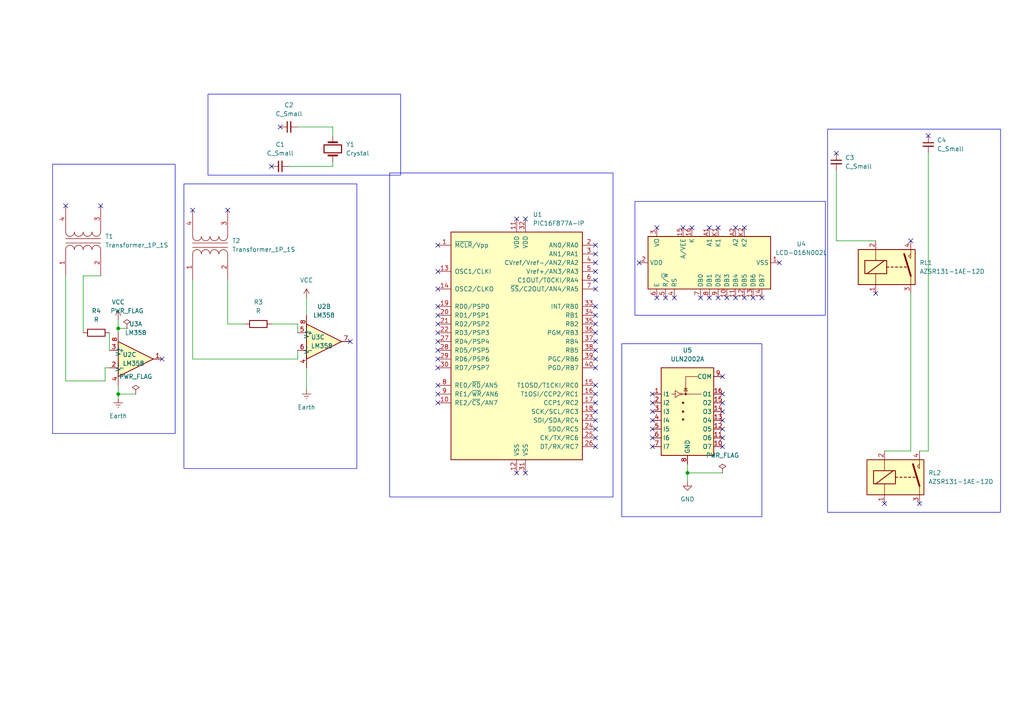
<source format=kicad_sch>
(kicad_sch (version 20250114) (generator "eeschema") (generator_version "9.0")
  (paper "A4")
  (lib_symbols
    (symbol "Amplifier_Operational:LM358" (pin_names (offset 0.127))
      (property "Reference" "U" (at 0 5.08 0))
      (property "Value" "LM358" (at 0 -5.08 0))
      (symbol "LM358_1_1"
        (polyline (pts (xy -5.08 5.08) (xy 5.08 0) (xy -5.08 -5.08) (xy -5.08 5.08)) (stroke (width 0.254)) (fill (type background)))
        (pin input line (at -7.62 2.54 0) (length 2.54) (name "+") (number "3"))
        (pin input line (at -7.62 -2.54 0) (length 2.54) (name "-") (number "2"))
        (pin output line (at 7.62 0 180) (length 2.54) (name "~") (number "1"))
      )
      (symbol "LM358_2_1"
        (polyline (pts (xy -5.08 5.08) (xy 5.08 0) (xy -5.08 -5.08) (xy -5.08 5.08)) (stroke (width 0.254)) (fill (type background)))
        (pin input line (at -7.62 2.54 0) (length 2.54) (name "+") (number "5"))
        (pin input line (at -7.62 -2.54 0) (length 2.54) (name "-") (number "6"))
        (pin output line (at 7.62 0 180) (length 2.54) (name "~") (number "7"))
      )
      (symbol "LM358_3_1"
        (pin power_in line (at -2.54 7.62 270) (length 3.81) (name "V+") (number "8"))
        (pin power_in line (at -2.54 -7.62 90) (length 3.81) (name "V-") (number "4"))
      )
    )
    (symbol "Device:C_Small" (pin_numbers (hide yes)) (pin_names (offset 0.254) (hide yes))
      (property "Reference" "C" (at 0.254 1.778 0))
      (property "Value" "C_Small" (at 0.254 -2.032 0))
      (symbol "C_Small_0_1"
        (polyline (pts (xy -1.524 0.508) (xy 1.524 0.508)) (stroke (width 0.3048)))
        (polyline (pts (xy -1.524 -0.508) (xy 1.524 -0.508)) (stroke (width 0.3302)))
      )
      (symbol "C_Small_1_1"
        (pin passive line (at 0 2.54 270) (length 2.032) (name "~") (number "1"))
        (pin passive line (at 0 -2.54 90) (length 2.032) (name "~") (number "2"))
      )
    )
    (symbol "Device:Crystal" (pin_numbers (hide yes)) (pin_names (offset 1.016) (hide yes))
      (property "Reference" "Y" (at 0 3.81 0))
      (property "Value" "Crystal" (at 0 -3.81 0))
      (symbol "Crystal_0_1"
        (polyline (pts (xy -2.54 0) (xy -1.905 0)))
        (polyline (pts (xy -1.905 -1.27) (xy -1.905 1.27)) (stroke (width 0.508)))
        (rectangle (start -1.143 2.54) (end 1.143 -2.54) (stroke (width 0.3048)))
        (polyline (pts (xy 1.905 -1.27) (xy 1.905 1.27)) (stroke (width 0.508)))
        (polyline (pts (xy 2.54 0) (xy 1.905 0)))
      )
      (symbol "Crystal_1_1"
        (pin passive line (at -3.81 0 0) (length 1.27) (name "1") (number "1"))
        (pin passive line (at 3.81 0 180) (length 1.27) (name "2") (number "2"))
      )
    )
    (symbol "Device:R" (pin_numbers (hide yes)) (pin_names (offset 0))
      (property "Reference" "R" (at 2.032 0 90))
      (property "Value" "R" (at 0 0 90))
      (symbol "R_0_1"
        (rectangle (start -1.016 -2.54) (end 1.016 2.54) (stroke (width 0.254)))
      )
      (symbol "R_1_1"
        (pin passive line (at 0 3.81 270) (length 1.27) (name "~") (number "1"))
        (pin passive line (at 0 -3.81 90) (length 1.27) (name "~") (number "2"))
      )
    )
    (symbol "Device:Transformer_1P_1S" (pin_names (offset 1.016) (hide yes))
      (property "Reference" "T" (at 0 6.35 0))
      (property "Value" "Transformer_1P_1S" (at 0 -7.62 0))
      (symbol "Transformer_1P_1S_0_1"
        (arc (start -1.27 3.81) (mid -1.656 2.9336) (end -2.54 2.5654))
        (arc (start -1.27 1.27) (mid -1.656 0.3936) (end -2.54 0.0254))
        (arc (start -1.27 -1.27) (mid -1.656 -2.1464) (end -2.54 -2.5146))
        (arc (start -1.27 -3.81) (mid -1.656 -4.6864) (end -2.54 -5.0546))
        (arc (start -2.54 5.08) (mid -1.642 4.708) (end -1.27 3.81))
        (arc (start -2.54 2.54) (mid -1.642 2.168) (end -1.27 1.27))
        (arc (start -2.54 0) (mid -1.642 -0.372) (end -1.27 -1.27))
        (arc (start -2.54 -2.54) (mid -1.642 -2.912) (end -1.27 -3.81))
        (polyline (pts (xy -0.635 5.08) (xy -0.635 -5.08)))
        (polyline (pts (xy 0.635 -5.08) (xy 0.635 5.08)))
        (arc (start 1.2954 3.81) (mid 1.6457 4.7117) (end 2.54 5.08))
        (arc (start 1.2954 1.27) (mid 1.6457 2.1717) (end 2.54 2.54))
        (arc (start 1.2954 -1.27) (mid 1.6457 -0.3683) (end 2.54 0))
        (arc (start 2.54 2.5654) (mid 1.6599 2.9299) (end 1.2954 3.81))
        (arc (start 2.54 0.0254) (mid 1.6599 0.3899) (end 1.2954 1.27))
        (arc (start 2.54 -2.5146) (mid 1.6599 -2.1501) (end 1.2954 -1.27))
        (arc (start 1.3208 -3.81) (mid 1.6711 -2.9085) (end 2.5654 -2.54))
        (arc (start 2.5654 -5.0546) (mid 1.6851 -4.6902) (end 1.3208 -3.81))
      )
      (symbol "Transformer_1P_1S_1_1"
        (pin passive line (at -10.16 5.08 0) (length 7.62) (name "AA") (number "1"))
        (pin passive line (at -10.16 -5.08 0) (length 7.62) (name "AB") (number "2"))
        (pin passive line (at 10.16 5.08 180) (length 7.62) (name "SB") (number "4"))
        (pin passive line (at 10.16 -5.08 180) (length 7.62) (name "SA") (number "3"))
      )
    )
    (symbol "Display_Character:LCD-016N002L"
      (property "Reference" "U" (at -6.35 18.796 0))
      (property "Value" "LCD-016N002L" (at 8.636 18.796 0))
      (symbol "LCD-016N002L_1_1"
        (rectangle (start -7.62 17.78) (end 7.62 -17.78) (stroke (width 0.254)) (fill (type background)))
        (pin input line (at -10.16 15.24 0) (length 2.54) (name "E") (number "6"))
        (pin input line (at -10.16 12.7 0) (length 2.54) (name "R/~{W}") (number "5"))
        (pin input line (at -10.16 10.16 0) (length 2.54) (name "RS") (number "4"))
        (pin bidirectional line (at -10.16 2.54 0) (length 2.54) (name "DB0") (number "7"))
        (pin bidirectional line (at -10.16 0 0) (length 2.54) (name "DB1") (number "8"))
        (pin bidirectional line (at -10.16 -2.54 0) (length 2.54) (name "DB2") (number "9"))
        (pin bidirectional line (at -10.16 -5.08 0) (length 2.54) (name "DB3") (number "10"))
        (pin bidirectional line (at -10.16 -7.62 0) (length 2.54) (name "DB4") (number "11"))
        (pin bidirectional line (at -10.16 -10.16 0) (length 2.54) (name "DB5") (number "12"))
        (pin bidirectional line (at -10.16 -12.7 0) (length 2.54) (name "DB6") (number "13"))
        (pin bidirectional line (at -10.16 -15.24 0) (length 2.54) (name "DB7") (number "14"))
        (pin power_in line (at 0 20.32 270) (length 2.54) (name "VDD") (number "2"))
        (pin power_in line (at 0 -20.32 90) (length 2.54) (name "VSS") (number "1"))
        (pin input line (at 10.16 15.24 180) (length 2.54) (name "VO") (number "3"))
        (pin power_in line (at 10.16 7.62 180) (length 2.54) (name "A/VEE") (number "15"))
        (pin power_in line (at 10.16 5.08 180) (length 2.54) (name "K") (number "16"))
        (pin power_in line (at 10.16 0 180) (length 2.54) (name "A1") (number "A1"))
        (pin power_in line (at 10.16 -2.54 180) (length 2.54) (name "K1") (number "K1"))
        (pin power_in line (at 10.16 -7.62 180) (length 2.54) (name "A2") (number "A2"))
        (pin power_in line (at 10.16 -10.16 180) (length 2.54) (name "K2") (number "K2"))
      )
    )
    (symbol "MCU_Microchip_PIC16:PIC16F877A-IP" (pin_names (offset 1.016))
      (property "Reference" "U" (at 5.08 35.56 0))
      (property "Value" "PIC16F877A-IP" (at 5.08 33.02 0))
      (symbol "PIC16F877A-IP_0_1"
        (rectangle (start -19.05 31.75) (end 19.05 -34.29) (stroke (width 0.254)) (fill (type background)))
      )
      (symbol "PIC16F877A-IP_1_1"
        (pin input line (at -22.86 27.94 0) (length 3.81) (name "~{MCLR}/Vpp") (number "1"))
        (pin input line (at -22.86 20.32 0) (length 3.81) (name "OSC1/CLKI") (number "13"))
        (pin output line (at -22.86 15.24 0) (length 3.81) (name "OSC2/CLKO") (number "14"))
        (pin bidirectional line (at -22.86 10.16 0) (length 3.81) (name "RD0/PSP0") (number "19"))
        (pin bidirectional line (at -22.86 7.62 0) (length 3.81) (name "RD1/PSP1") (number "20"))
        (pin bidirectional line (at -22.86 5.08 0) (length 3.81) (name "RD2/PSP2") (number "21"))
        (pin bidirectional line (at -22.86 2.54 0) (length 3.81) (name "RD3/PSP3") (number "22"))
        (pin bidirectional line (at -22.86 0 0) (length 3.81) (name "RD4/PSP4") (number "27"))
        (pin bidirectional line (at -22.86 -2.54 0) (length 3.81) (name "RD5/PSP5") (number "28"))
        (pin bidirectional line (at -22.86 -5.08 0) (length 3.81) (name "RD6/PSP6") (number "29"))
        (pin bidirectional line (at -22.86 -7.62 0) (length 3.81) (name "RD7/PSP7") (number "30"))
        (pin bidirectional line (at -22.86 -12.7 0) (length 3.81) (name "RE0/~{RD}/AN5") (number "8"))
        (pin bidirectional line (at -22.86 -15.24 0) (length 3.81) (name "RE1/~{WR}/AN6") (number "9"))
        (pin bidirectional line (at -22.86 -17.78 0) (length 3.81) (name "RE2/~{CS}/AN7") (number "10"))
        (pin power_in line (at 0 35.56 270) (length 3.81) (name "VDD") (number "11"))
        (pin power_in line (at 0 -38.1 90) (length 3.81) (name "VSS") (number "12"))
        (pin power_in line (at 2.54 35.56 270) (length 3.81) (name "VDD") (number "32"))
        (pin power_in line (at 2.54 -38.1 90) (length 3.81) (name "VSS") (number "31"))
        (pin bidirectional line (at 22.86 27.94 180) (length 3.81) (name "AN0/RA0") (number "2"))
        (pin bidirectional line (at 22.86 25.4 180) (length 3.81) (name "AN1/RA1") (number "3"))
        (pin bidirectional line (at 22.86 22.86 180) (length 3.81) (name "CVref/Vref-/AN2/RA2") (number "4"))
        (pin bidirectional line (at 22.86 20.32 180) (length 3.81) (name "Vref+/AN3/RA3") (number "5"))
        (pin bidirectional line (at 22.86 17.78 180) (length 3.81) (name "C1OUT/T0CKI/RA4") (number "6"))
        (pin bidirectional line (at 22.86 15.24 180) (length 3.81) (name "~{SS}/C2OUT/AN4/RA5") (number "7"))
        (pin bidirectional line (at 22.86 10.16 180) (length 3.81) (name "INT/RB0") (number "33"))
        (pin bidirectional line (at 22.86 7.62 180) (length 3.81) (name "RB1") (number "34"))
        (pin bidirectional line (at 22.86 5.08 180) (length 3.81) (name "RB2") (number "35"))
        (pin bidirectional line (at 22.86 2.54 180) (length 3.81) (name "PGM/RB3") (number "36"))
        (pin bidirectional line (at 22.86 0 180) (length 3.81) (name "RB4") (number "37"))
        (pin bidirectional line (at 22.86 -2.54 180) (length 3.81) (name "RB5") (number "38"))
        (pin bidirectional line (at 22.86 -5.08 180) (length 3.81) (name "PGC/RB6") (number "39"))
        (pin bidirectional line (at 22.86 -7.62 180) (length 3.81) (name "PGD/RB7") (number "40"))
        (pin bidirectional line (at 22.86 -12.7 180) (length 3.81) (name "T1OSO/T1CKI/RC0") (number "15"))
        (pin bidirectional line (at 22.86 -15.24 180) (length 3.81) (name "T1OSI/CCP2/RC1") (number "16"))
        (pin bidirectional line (at 22.86 -17.78 180) (length 3.81) (name "CCP1/RC2") (number "17"))
        (pin bidirectional line (at 22.86 -20.32 180) (length 3.81) (name "SCK/SCL/RC3") (number "18"))
        (pin bidirectional line (at 22.86 -22.86 180) (length 3.81) (name "SDI/SDA/RC4") (number "23"))
        (pin bidirectional line (at 22.86 -25.4 180) (length 3.81) (name "SDO/RC5") (number "24"))
        (pin bidirectional line (at 22.86 -27.94 180) (length 3.81) (name "CK/TX/RC6") (number "25"))
        (pin bidirectional line (at 22.86 -30.48 180) (length 3.81) (name "DT/RX/RC7") (number "26"))
      )
    )
    (symbol "Relay:AZSR131-1AE-12D"
      (property "Reference" "RL2" (at 12.065 0 90))
      (property "Value" "AZSR131-1AE-12D" (at 9.525 0 90))
      (symbol "AZSR131-1AE-12D_0_0"
        (polyline (pts (xy 5.08 5.08) (xy 5.08 2.54) (xy 4.445 3.175) (xy 5.08 3.81)))
      )
      (symbol "AZSR131-1AE-12D_0_1"
        (rectangle (start -10.16 5.08) (end 6.35 -5.08) (stroke (width 0.254)) (fill (type background)))
        (rectangle (start -8.255 1.905) (end -1.905 -1.905) (stroke (width 0.254)))
        (polyline (pts (xy -7.62 -1.905) (xy -2.54 1.905)) (stroke (width 0.254)))
        (polyline (pts (xy -5.08 5.08) (xy -5.08 1.905)))
        (polyline (pts (xy -5.08 -5.08) (xy -5.08 -1.905)))
        (polyline (pts (xy -1.905 0) (xy -1.27 0)) (stroke (width 0.254)))
        (polyline (pts (xy -0.635 0) (xy 0 0)) (stroke (width 0.254)))
        (polyline (pts (xy 0.635 0) (xy 1.27 0)) (stroke (width 0.254)))
        (polyline (pts (xy 1.905 0) (xy 2.54 0)) (stroke (width 0.254)))
        (polyline (pts (xy 3.175 0) (xy 3.81 0)) (stroke (width 0.254)))
        (polyline (pts (xy 5.08 -2.54) (xy 3.175 3.81)) (stroke (width 0.508)))
        (polyline (pts (xy 5.08 -2.54) (xy 5.08 -5.08)))
      )
      (symbol "AZSR131-1AE-12D_1_1"
        (pin passive line (at -5.08 7.62 270) (length 2.54) (name "~") (number "2"))
        (pin passive line (at -5.08 -7.62 90) (length 2.54) (name "~") (number "1"))
        (pin passive line (at 5.08 7.62 270) (length 2.54) (name "~") (number "4"))
        (pin passive line (at 5.08 -7.62 90) (length 2.54) (name "~") (number "3"))
      )
    )
    (symbol "Transistor_Array:ULN2002A"
      (property "Reference" "U" (at 0 15.875 0))
      (property "Value" "ULN2002A" (at 0 13.97 0))
      (symbol "ULN2002A_0_1"
        (rectangle (start -7.62 -12.7) (end 7.62 12.7) (stroke (width 0.254)) (fill (type background)))
        (polyline (pts (xy -4.572 5.08) (xy -3.556 5.08)))
        (polyline (pts (xy -3.556 6.096) (xy -3.556 4.064) (xy -2.032 5.08) (xy -3.556 6.096)))
        (circle (center -1.778 5.08) (radius 0.254))
        (polyline (pts (xy -1.524 5.08) (xy 4.064 5.08)))
        (circle (center -1.27 2.54) (radius 0.254) (fill (type outline)))
        (circle (center -1.27 0) (radius 0.254) (fill (type outline)))
        (circle (center -1.27 -2.286) (radius 0.254) (fill (type outline)))
        (circle (center -0.508 5.08) (radius 0.254) (fill (type outline)))
        (polyline (pts (xy -0.508 5.08) (xy -0.508 10.16) (xy 2.921 10.16)))
        (polyline (pts (xy 0 6.731) (xy -1.016 6.731)))
        (polyline (pts (xy 0 5.969) (xy -1.016 5.969) (xy -0.508 6.731) (xy 0 5.969)))
      )
      (symbol "ULN2002A_1_1"
        (pin input line (at -10.16 5.08 0) (length 2.54) (name "I1") (number "1"))
        (pin input line (at -10.16 2.54 0) (length 2.54) (name "I2") (number "2"))
        (pin input line (at -10.16 0 0) (length 2.54) (name "I3") (number "3"))
        (pin input line (at -10.16 -2.54 0) (length 2.54) (name "I4") (number "4"))
        (pin input line (at -10.16 -5.08 0) (length 2.54) (name "I5") (number "5"))
        (pin input line (at -10.16 -7.62 0) (length 2.54) (name "I6") (number "6"))
        (pin input line (at -10.16 -10.16 0) (length 2.54) (name "I7") (number "7"))
        (pin power_in line (at 0 -15.24 90) (length 2.54) (name "GND") (number "8"))
        (pin passive line (at 10.16 10.16 180) (length 2.54) (name "COM") (number "9"))
        (pin open_collector line (at 10.16 5.08 180) (length 2.54) (name "O1") (number "16"))
        (pin open_collector line (at 10.16 2.54 180) (length 2.54) (name "O2") (number "15"))
        (pin open_collector line (at 10.16 0 180) (length 2.54) (name "O3") (number "14"))
        (pin open_collector line (at 10.16 -2.54 180) (length 2.54) (name "O4") (number "13"))
        (pin open_collector line (at 10.16 -5.08 180) (length 2.54) (name "O5") (number "12"))
        (pin open_collector line (at 10.16 -7.62 180) (length 2.54) (name "O6") (number "11"))
        (pin open_collector line (at 10.16 -10.16 180) (length 2.54) (name "O7") (number "10"))
      )
    )
    (symbol "power:Earth" (power) (pin_numbers (hide yes)) (pin_names (offset 0) (hide yes))
      (property "Value" "Earth" (at 0 -3.81 0))
      (symbol "Earth_0_1"
        (polyline (pts (xy -0.635 -1.905) (xy 0.635 -1.905)))
        (polyline (pts (xy -0.127 -2.54) (xy 0.127 -2.54)))
        (polyline (pts (xy 0 -1.27) (xy 0 0)))
        (polyline (pts (xy 1.27 -1.27) (xy -1.27 -1.27)))
      )
      (symbol "Earth_1_1"
        (pin power_in line (at 0 0 270) (length 0) (name "~") (number "1"))
      )
    )
    (symbol "power:GND" (power) (pin_numbers (hide yes)) (pin_names (offset 0) (hide yes))
      (property "Value" "GND" (at 0 -3.81 0))
      (symbol "GND_0_1"
        (polyline (pts (xy 0 0) (xy 0 -1.27) (xy 1.27 -1.27) (xy 0 -2.54) (xy -1.27 -1.27) (xy 0 -1.27)))
      )
      (symbol "GND_1_1"
        (pin power_in line (at 0 0 270) (length 0) (name "~") (number "1"))
      )
    )
    (symbol "power:PWR_FLAG" (power) (pin_numbers (hide yes)) (pin_names (offset 0) (hide yes))
      (property "Value" "PWR_FLAG" (at 0 3.81 0))
      (symbol "PWR_FLAG_0_0"
        (pin power_out line (at 0 0 90) (length 0) (name "~") (number "1"))
      )
      (symbol "PWR_FLAG_0_1"
        (polyline (pts (xy 0 0) (xy 0 1.27) (xy -1.016 1.905) (xy 0 2.54) (xy 1.016 1.905) (xy 0 1.27)))
      )
    )
    (symbol "power:VCC" (power) (pin_numbers (hide yes)) (pin_names (offset 0) (hide yes))
      (property "Value" "VCC" (at 0 3.556 0))
      (symbol "VCC_0_1"
        (polyline (pts (xy -0.762 1.27) (xy 0 2.54)))
        (polyline (pts (xy 0 2.54) (xy 0.762 1.27)))
        (polyline (pts (xy 0 0) (xy 0 2.54)))
      )
      (symbol "VCC_1_1"
        (pin power_in line (at 0 0 90) (length 0) (name "~") (number "1"))
      )
    )
  )
  (text_box "" (at 240.03 37.465 0) (size 50.165 111.125) (margins 0.9525 0.9525 0.9525 0.9525) (effects (font (size 1.27 1.27)) (justify left top)))
  (text_box "" (at 15.24 47.625 0) (size 35.56 78.105) (margins 0.9525 0.9525 0.9525 0.9525) (effects (font (size 1.27 1.27)) (justify left top)))
  (text_box "" (at 53.34 53.34 0) (size 50.165 82.55) (margins 0.9525 0.9525 0.9525 0.9525) (effects (font (size 1.27 1.27)) (justify left top)))
  (text_box "" (at 180.34 99.695 0) (size 40.64 50.165) (margins 0.9525 0.9525 0.9525 0.9525) (effects (font (size 1.27 1.27)) (justify left top)))
  (text_box "" (at 113.03 50.165 0) (size 64.77 93.98) (margins 0.9525 0.9525 0.9525 0.9525) (effects (font (size 1.27 1.27)) (justify left top)))
  (text_box "" (at 60.325 27.305 0) (size 55.88 23.495) (margins 0.9525 0.9525 0.9525 0.9525) (effects (font (size 1.27 1.27)) (justify left top)))
  (text_box "" (at 184.15 58.42 0) (size 55.245 33.02) (margins 0.9525 0.9525 0.9525 0.9525) (effects (font (size 1.27 1.27)) (justify left top)))
  (junction (at 199.39 137.16))
  (junction (at 34.29 95.25))
  (junction (at 34.29 114.3))
  (no_connect (at 172.72 106.68))
  (no_connect (at 127 88.9))
  (no_connect (at 127 96.52))
  (no_connect (at 127 71.12))
  (no_connect (at 200.66 66.04))
  (no_connect (at 195.58 86.36))
  (no_connect (at 203.2 86.36))
  (no_connect (at 172.72 73.66))
  (no_connect (at 172.72 127))
  (no_connect (at 213.36 66.04))
  (no_connect (at 215.9 66.04))
  (no_connect (at 127 101.6))
  (no_connect (at 172.72 114.3))
  (no_connect (at 209.55 121.92))
  (no_connect (at 66.04 60.96))
  (no_connect (at 189.23 121.92))
  (no_connect (at 172.72 101.6))
  (no_connect (at 172.72 78.74))
  (no_connect (at 209.55 109.22))
  (no_connect (at 152.4 137.16))
  (no_connect (at 46.99 104.14))
  (no_connect (at 190.5 66.04))
  (no_connect (at 172.72 99.06))
  (no_connect (at 205.74 66.04))
  (no_connect (at 209.55 129.54))
  (no_connect (at 127 78.74))
  (no_connect (at 269.24 39.37))
  (no_connect (at 127 104.14))
  (no_connect (at 172.72 116.84))
  (no_connect (at 172.72 88.9))
  (no_connect (at 172.72 104.14))
  (no_connect (at 127 114.3))
  (no_connect (at 209.55 119.38))
  (no_connect (at 81.28 36.83))
  (no_connect (at 189.23 124.46))
  (no_connect (at 198.12 66.04))
  (no_connect (at 264.16 69.85))
  (no_connect (at 185.42 76.2))
  (no_connect (at 266.7 146.05))
  (no_connect (at 189.23 119.38))
  (no_connect (at 127 106.68))
  (no_connect (at 172.72 83.82))
  (no_connect (at 213.36 86.36))
  (no_connect (at 172.72 93.98))
  (no_connect (at 149.86 137.16))
  (no_connect (at 190.5 86.36))
  (no_connect (at 55.88 60.96))
  (no_connect (at 256.54 146.05))
  (no_connect (at 172.72 129.54))
  (no_connect (at 127 111.76))
  (no_connect (at 189.23 129.54))
  (no_connect (at 127 83.82))
  (no_connect (at 193.04 86.36))
  (no_connect (at 172.72 81.28))
  (no_connect (at 209.55 116.84))
  (no_connect (at 220.98 86.36))
  (no_connect (at 189.23 127))
  (no_connect (at 29.21 59.69))
  (no_connect (at 172.72 121.92))
  (no_connect (at 127 116.84))
  (no_connect (at 172.72 76.2))
  (no_connect (at 172.72 91.44))
  (no_connect (at 78.74 48.26))
  (no_connect (at 254 85.09))
  (no_connect (at 189.23 116.84))
  (no_connect (at 218.44 86.36))
  (no_connect (at 172.72 71.12))
  (no_connect (at 215.9 86.36))
  (no_connect (at 242.57 44.45))
  (no_connect (at 209.55 114.3))
  (no_connect (at 127 91.44))
  (no_connect (at 209.55 127))
  (no_connect (at 189.23 114.3))
  (no_connect (at 19.05 59.69))
  (no_connect (at 210.82 86.36))
  (no_connect (at 127 93.98))
  (no_connect (at 172.72 124.46))
  (no_connect (at 152.4 63.5))
  (no_connect (at 205.74 86.36))
  (no_connect (at 208.28 86.36))
  (no_connect (at 149.86 63.5))
  (no_connect (at 172.72 119.38))
  (no_connect (at 208.28 66.04))
  (no_connect (at 101.6 99.06))
  (no_connect (at 127 99.06))
  (no_connect (at 209.55 124.46))
  (no_connect (at 172.72 111.76))
  (no_connect (at 172.72 96.52))
  (no_connect (at 226.06 76.2))
  (wire (pts (xy 30.48 106.68) (xy 31.75 106.68)))
  (wire (pts (xy 19.05 80.01) (xy 19.05 110.49)))
  (wire (pts (xy 34.29 92.71) (xy 34.29 95.25)))
  (wire (pts (xy 269.24 130.81) (xy 266.7 130.81)))
  (wire (pts (xy 86.36 36.83) (xy 96.52 36.83)))
  (wire (pts (xy 30.48 110.49) (xy 30.48 106.68)))
  (wire (pts (xy 88.9 86.36) (xy 88.9 91.44)))
  (wire (pts (xy 34.29 114.3) (xy 34.29 115.57)))
  (wire (pts (xy 34.29 95.25) (xy 36.83 95.25)))
  (wire (pts (xy 78.74 93.98) (xy 86.36 93.98)))
  (wire (pts (xy 86.36 104.14) (xy 86.36 101.6)))
  (wire (pts (xy 55.88 104.14) (xy 86.36 104.14)))
  (wire (pts (xy 66.04 81.28) (xy 66.04 93.98)))
  (wire (pts (xy 199.39 137.16) (xy 199.39 139.7)))
  (wire (pts (xy 86.36 93.98) (xy 86.36 96.52)))
  (wire (pts (xy 55.88 81.28) (xy 55.88 104.14)))
  (wire (pts (xy 242.57 69.85) (xy 254 69.85)))
  (wire (pts (xy 96.52 36.83) (xy 96.52 39.37)))
  (wire (pts (xy 19.05 110.49) (xy 30.48 110.49)))
  (wire (pts (xy 269.24 44.45) (xy 269.24 130.81)))
  (wire (pts (xy 264.16 85.09) (xy 264.16 130.81)))
  (wire (pts (xy 199.39 137.16) (xy 209.55 137.16)))
  (wire (pts (xy 34.29 95.25) (xy 34.29 96.52)))
  (wire (pts (xy 96.52 48.26) (xy 96.52 46.99)))
  (wire (pts (xy 88.9 106.68) (xy 88.9 113.03)))
  (wire (pts (xy 24.13 80.01) (xy 24.13 96.52)))
  (wire (pts (xy 83.82 48.26) (xy 96.52 48.26)))
  (wire (pts (xy 242.57 49.53) (xy 242.57 69.85)))
  (wire (pts (xy 34.29 111.76) (xy 34.29 114.3)))
  (wire (pts (xy 29.21 80.01) (xy 24.13 80.01)))
  (wire (pts (xy 66.04 93.98) (xy 71.12 93.98)))
  (wire (pts (xy 31.75 96.52) (xy 31.75 101.6)))
  (wire (pts (xy 199.39 134.62) (xy 199.39 137.16)))
  (wire (pts (xy 34.29 114.3) (xy 39.37 114.3)))
  (wire (pts (xy 264.16 130.81) (xy 256.54 130.81)))
  (symbol (lib_id "Device:C_Small") (at 269.24 41.91 0) (unit 1)
    (property "Reference" "C4" (at 271.78 40.6462 0) (effects (justify left)))
    (property "Value" "C_Small" (at 271.78 43.1862 0) (effects (justify left)))
    (property "Footprint" "Capacitor_SMD:CP_Elec_3x5.3" (effects (hide yes)))
    (property "Description" "Unpolarized capacitor, small symbol" (effects (hide yes)))
  )
  (symbol (lib_id "power:GND") (at 199.39 139.7 0) (unit 1)
    (property "Reference" "#PWR02" (effects (hide yes)))
    (property "Value" "GND" (at 199.39 144.78 0))
    (property "Description" "Power symbol creates a global label with name \"GND\" , ground" (effects (hide yes)))
  )
  (symbol (lib_id "power:PWR_FLAG") (at 36.83 95.25 0) (unit 1)
    (property "Reference" "#FLG03" (effects (hide yes)))
    (property "Value" "PWR_FLAG" (at 36.83 90.17 0))
    (property "Description" "Special symbol for telling ERC where power comes from" (effects (hide yes)))
  )
  (symbol (lib_id "Amplifier_Operational:LM358") (at 36.83 104.14 0) (unit 3)
    (property "Reference" "U2" (at 35.56 102.8699 0) (effects (justify left)))
    (property "Value" "LM358" (at 35.56 105.4099 0) (effects (justify left)))
    (property "Footprint" "Package_SO:Linear_HTSSOP-31-38-1EP_4.4x9.7mm_P0.5mm_EP2.74x4.75mm" (effects (hide yes)))
    (property "Datasheet" "http://www.ti.com/lit/ds/symlink/lm2904-n.pdf" (effects (hide yes)))
    (property "Description" "Low-Power, Dual Operational Amplifiers, DIP-8/SOIC-8/TO-99-8" (effects (hide yes)))
  )
  (symbol (lib_id "power:PWR_FLAG") (at 209.55 137.16 0) (unit 1)
    (property "Reference" "#FLG01" (effects (hide yes)))
    (property "Value" "PWR_FLAG" (at 209.55 132.08 0))
    (property "Description" "Special symbol for telling ERC where power comes from" (effects (hide yes)))
  )
  (symbol (lib_id "Transistor_Array:ULN2002A") (at 199.39 119.38 0) (unit 1)
    (property "Reference" "U5" (at 199.39 101.6 0))
    (property "Value" "ULN2002A" (at 199.39 104.14 0))
    (property "Footprint" "Transistor_Power:GaN_Systems_GaNPX-3_5x6.6mm_Drain3.76x0.6mm" (effects (hide yes)))
    (property "Datasheet" "http://www.ti.com/lit/ds/symlink/uln2003a.pdf" (effects (hide yes)))
    (property "Description" "High Voltage, High Current Darlington Transistor Arrays, SOIC16/SOIC16W/DIP16/TSSOP16" (effects (hide yes)))
  )
  (symbol (lib_id "Amplifier_Operational:LM358") (at 93.98 99.06 0) (unit 2)
    (property "Reference" "U2" (at 93.98 88.9 0))
    (property "Value" "LM358" (at 93.98 91.44 0))
    (property "Footprint" "Package_SO:Linear_HTSSOP-31-38-1EP_4.4x9.7mm_P0.5mm_EP2.74x4.75mm" (effects (hide yes)))
    (property "Datasheet" "http://www.ti.com/lit/ds/symlink/lm2904-n.pdf" (effects (hide yes)))
    (property "Description" "Low-Power, Dual Operational Amplifiers, DIP-8/SOIC-8/TO-99-8" (effects (hide yes)))
  )
  (symbol (lib_id "power:PWR_FLAG") (at 39.37 114.3 0) (unit 1)
    (property "Reference" "#FLG02" (effects (hide yes)))
    (property "Value" "PWR_FLAG" (at 39.37 109.22 0))
    (property "Description" "Special symbol for telling ERC where power comes from" (effects (hide yes)))
  )
  (symbol (lib_id "power:VCC") (at 34.29 92.71 0) (unit 1)
    (property "Reference" "#PWR01" (effects (hide yes)))
    (property "Value" "VCC" (at 34.29 87.63 0))
    (property "Description" "Power symbol creates a global label with name \"VCC\"" (effects (hide yes)))
  )
  (symbol (lib_id "Device:Transformer_1P_1S") (at 60.96 71.12 90) (unit 1)
    (property "Reference" "T2" (at 67.31 69.8372 90) (effects (justify right)))
    (property "Value" "Transformer_1P_1S" (at 67.31 72.3772 90) (effects (justify right)))
    (property "Footprint" "Transformer_SMD:Pulse_PA1323NL" (effects (hide yes)))
    (property "Description" "Transformer, single primary, single secondary" (effects (hide yes)))
  )
  (symbol (lib_id "Device:C_Small") (at 81.28 48.26 270) (unit 1)
    (property "Reference" "C1" (at 81.2736 41.91 90))
    (property "Value" "C_Small" (at 81.2736 44.45 90))
    (property "Footprint" "Capacitor_SMD:CP_Elec_3x5.3" (effects (hide yes)))
    (property "Description" "Unpolarized capacitor, small symbol" (effects (hide yes)))
  )
  (symbol (lib_id "Device:R") (at 74.93 93.98 90) (unit 1)
    (property "Reference" "R3" (at 74.93 87.63 90))
    (property "Value" "R" (at 74.93 90.17 90))
    (property "Footprint" "Resistor_SMD:R_01005_0402Metric_Pad0.57x0.30mm_HandSolder" (effects (hide yes)))
    (property "Description" "Resistor" (effects (hide yes)))
  )
  (symbol (lib_id "Device:C_Small") (at 83.82 36.83 90) (unit 1)
    (property "Reference" "C2" (at 83.8263 30.48 90))
    (property "Value" "C_Small" (at 83.8263 33.02 90))
    (property "Footprint" "Capacitor_SMD:CP_Elec_3x5.3" (effects (hide yes)))
    (property "Description" "Unpolarized capacitor, small symbol" (effects (hide yes)))
  )
  (symbol (lib_id "power:Earth") (at 34.29 115.57 0) (unit 1)
    (property "Reference" "#PWR04" (effects (hide yes)))
    (property "Value" "Earth" (at 34.29 120.65 0))
    (property "Description" "Power symbol creates a global label with name \"Earth\"" (effects (hide yes)))
  )
  (symbol (lib_id "Display_Character:LCD-016N002L") (at 205.74 76.2 90) (unit 1)
    (property "Reference" "U4" (at 232.41 70.7546 90))
    (property "Value" "LCD-016N002L" (at 232.41 73.2946 90))
    (property "Footprint" "Display:LCD-016N002L" (effects (hide yes)))
    (property "Datasheet" "http://www.vishay.com/docs/37299/37299.pdf" (effects (hide yes)))
    (property "Description" "LCD 12x2, 8 bit parallel bus, 3V or 5V VDD" (effects (hide yes)))
  )
  (symbol (lib_id "Amplifier_Operational:LM358") (at 91.44 99.06 0) (unit 3)
    (property "Reference" "U3" (at 90.17 97.7899 0) (effects (justify left)))
    (property "Value" "LM358" (at 90.17 100.3299 0) (effects (justify left)))
    (property "Footprint" "Package_SO:Linear_HTSSOP-31-38-1EP_4.4x9.7mm_P0.5mm_EP2.74x4.75mm_ThermalVias" (effects (hide yes)))
    (property "Datasheet" "http://www.ti.com/lit/ds/symlink/lm2904-n.pdf" (effects (hide yes)))
    (property "Description" "Low-Power, Dual Operational Amplifiers, DIP-8/SOIC-8/TO-99-8" (effects (hide yes)))
  )
  (symbol (lib_id "Device:Transformer_1P_1S") (at 24.13 69.85 90) (unit 1)
    (property "Reference" "T1" (at 30.48 68.5672 90) (effects (justify right)))
    (property "Value" "Transformer_1P_1S" (at 30.48 71.1072 90) (effects (justify right)))
    (property "Footprint" "Transformer_SMD:Pulse_P0926NL" (effects (hide yes)))
    (property "Description" "Transformer, single primary, single secondary" (effects (hide yes)))
  )
  (symbol (lib_id "power:Earth") (at 88.9 113.03 0) (unit 1)
    (property "Reference" "#PWR05" (effects (hide yes)))
    (property "Value" "Earth" (at 88.9 118.11 0))
    (property "Description" "Power symbol creates a global label with name \"Earth\"" (effects (hide yes)))
  )
  (symbol (lib_id "Amplifier_Operational:LM358") (at 39.37 104.14 0) (unit 1)
    (property "Reference" "U3" (at 39.37 93.98 0))
    (property "Value" "LM358" (at 39.37 96.52 0))
    (property "Footprint" "Package_SO:Linear_HTSSOP-31-38-1EP_4.4x9.7mm_P0.5mm_EP2.74x4.75mm_ThermalVias" (effects (hide yes)))
    (property "Datasheet" "http://www.ti.com/lit/ds/symlink/lm2904-n.pdf" (effects (hide yes)))
    (property "Description" "Low-Power, Dual Operational Amplifiers, DIP-8/SOIC-8/TO-99-8" (effects (hide yes)))
  )
  (symbol (lib_id "Relay:AZSR131-1AE-12D") (at 261.62 138.43 0) (unit 1)
    (property "Reference" "RL2" (at 269.24 137.1599 0) (effects (justify left)))
    (property "Value" "AZSR131-1AE-12D" (at 269.24 139.6999 0) (effects (justify left)))
    (property "Footprint" "Relay_SMD:Relay_DPDT_AXICOM_IMSeries_JLeg" (effects (hide yes)))
    (property "Datasheet" "https://www.azettler.com/pdfs/azsr131.pdf" (effects (hide yes)))
    (property "Description" "SPST, Closing Contact, 277VAC 35A max, 12V DC coil voltage" (effects (hide yes)))
  )
  (symbol (lib_id "Device:C_Small") (at 242.57 46.99 0) (unit 1)
    (property "Reference" "C3" (at 245.11 45.7262 0) (effects (justify left)))
    (property "Value" "C_Small" (at 245.11 48.2662 0) (effects (justify left)))
    (property "Footprint" "Capacitor_SMD:CP_Elec_3x5.3" (effects (hide yes)))
    (property "Description" "Unpolarized capacitor, small symbol" (effects (hide yes)))
  )
  (symbol (lib_id "MCU_Microchip_PIC16:PIC16F877A-IP") (at 149.86 99.06 0) (unit 1)
    (property "Reference" "U1" (at 154.5433 62.23 0) (effects (justify left)))
    (property "Value" "PIC16F877A-IP" (at 154.5433 64.77 0) (effects (justify left)))
    (property "Footprint" "Package_CSP:Nexperia_WLCSP-15_2.37x1.17mm_Layout6x3_P0.4mmP0.8mm" (effects (hide yes)))
    (property "Datasheet" "http://ww1.microchip.com/downloads/en/DeviceDoc/39582b.pdf" (effects (hide yes)))
    (property "Description" "8W Flash, 386B SRAM, 256B EEPROM, DIP40" (effects (hide yes)))
  )
  (symbol (lib_id "power:VCC") (at 88.9 86.36 0) (unit 1)
    (property "Reference" "#PWR03" (effects (hide yes)))
    (property "Value" "VCC" (at 88.9 81.28 0))
    (property "Description" "Power symbol creates a global label with name \"VCC\"" (effects (hide yes)))
  )
  (symbol (lib_id "Device:Crystal") (at 96.52 43.18 270) (unit 1)
    (property "Reference" "Y1" (at 100.33 41.9099 90) (effects (justify left)))
    (property "Value" "Crystal" (at 100.33 44.4499 90) (effects (justify left)))
    (property "Footprint" "Crystal:Crystal_AT310_D3.0mm_L10.0mm_Horizontal" (effects (hide yes)))
    (property "Description" "Two pin crystal" (effects (hide yes)))
  )
  (symbol (lib_id "Relay:AZSR131-1AE-12D") (at 259.08 77.47 0) (unit 1)
    (property "Reference" "RL1" (at 266.7 76.1999 0) (effects (justify left)))
    (property "Value" "AZSR131-1AE-12D" (at 266.7 78.7399 0) (effects (justify left)))
    (property "Footprint" "Relay_SMD:Relay_2P2T_10x6mm_TE_IMxxG" (effects (hide yes)))
    (property "Datasheet" "https://www.azettler.com/pdfs/azsr131.pdf" (effects (hide yes)))
    (property "Description" "SPST, Closing Contact, 277VAC 35A max, 12V DC coil voltage" (effects (hide yes)))
  )
  (symbol (lib_id "Device:R") (at 27.94 96.52 90) (unit 1)
    (property "Reference" "R4" (at 27.94 90.17 90))
    (property "Value" "R" (at 27.94 92.71 90))
    (property "Footprint" "Resistor_SMD:R_1020_2550Metric_Pad1.33x5.20mm_HandSolder" (effects (hide yes)))
    (property "Description" "Resistor" (effects (hide yes)))
  )
)
</source>
